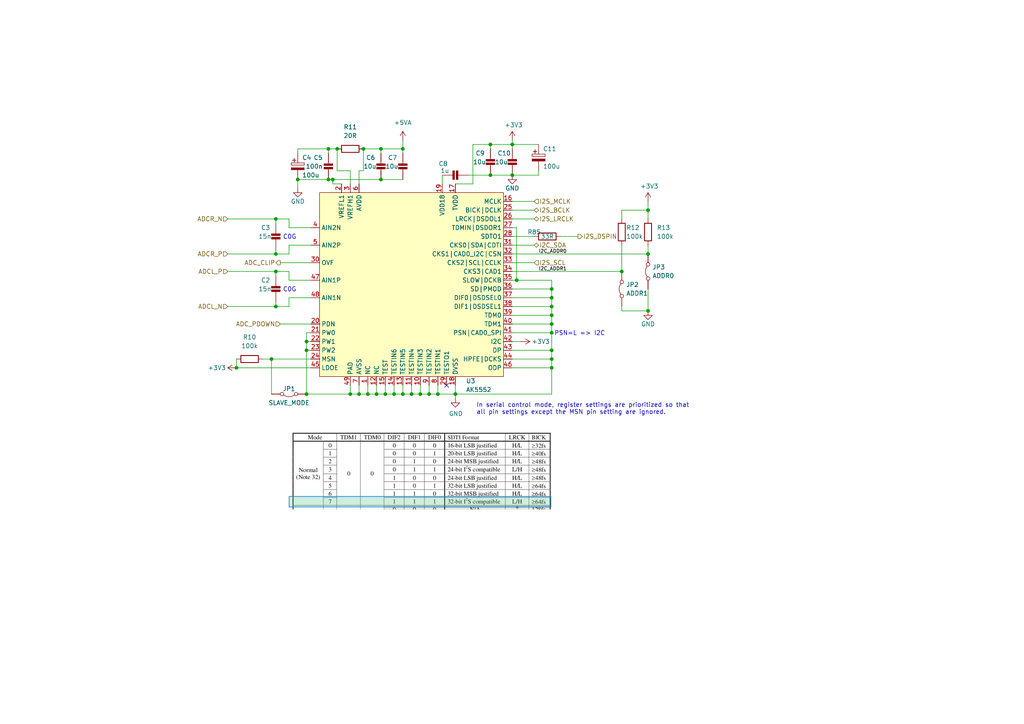
<source format=kicad_sch>
(kicad_sch (version 20231120) (generator "eeschema") (generator_version "8.0")
  (paper "A4")
  (title_block (title "TGX4 ") (date "2024-06-12") (rev "2.0") (company "www.hexefx.com") (comment 1 "Design: Piotr Zapart"))
  (lib_symbols
    (symbol "Device:R" (pin_numbers hide) (pin_names (offset 0))
      (property "Reference" "R" (at 2.032 0 90))
      (property "Value" "R" (at 0 0 90))
      (symbol "R_0_1"
        (rectangle (start -1.016 -2.54) (end 1.016 2.54) (stroke (width 0.254)))
      )
      (symbol "R_1_1"
        (pin passive line (at 0 3.81 270) (length 1.27) (name "~") (number "1"))
        (pin passive line (at 0 -3.81 90) (length 1.27) (name "~") (number "2"))
      )
    )
    (symbol "H_audio_ic:AK5552"
      (property "Reference" "U" (at 16.764 -27.94 0))
      (property "Value" "AK5552" (at 16.764 -29.972 0))
      (symbol "AK5552_1_1"
        (rectangle (start -26.67 26.67) (end 26.67 -26.67) (fill (type background)))
        (pin passive line (at -12.7 -29.21 90) (length 2.54) (name "NC") (number "1"))
        (pin passive line (at 2.54 -29.21 90) (length 2.54) (name "TESTIN3") (number "10"))
        (pin passive line (at 0 -29.21 90) (length 2.54) (name "TESTIN4") (number "11"))
        (pin passive line (at -10.16 -29.21 90) (length 2.54) (name "NC") (number "12"))
        (pin passive line (at -2.54 -29.21 90) (length 2.54) (name "TESTIN5") (number "13"))
        (pin passive line (at -5.08 -29.21 90) (length 2.54) (name "TESTIN6") (number "14"))
        (pin input line (at -7.62 -29.21 90) (length 2.54) (name "TEST") (number "15"))
        (pin input line (at 29.21 24.13 180) (length 2.54) (name "MCLK") (number "16"))
        (pin power_in line (at 12.7 29.21 270) (length 2.54) (name "TVDD") (number "17"))
        (pin power_in line (at 12.7 -29.21 90) (length 2.54) (name "DVSS") (number "18"))
        (pin passive line (at 8.89 29.21 270) (length 2.54) (name "VDD18") (number "19"))
        (pin input line (at -20.32 29.21 270) (length 2.54) (name "VREFL1") (number "2"))
        (pin input line (at -29.21 -11.43 0) (length 2.54) (name "PDN") (number "20"))
        (pin input line (at -29.21 -13.97 0) (length 2.54) (name "PW0") (number "21"))
        (pin input line (at -29.21 -16.51 0) (length 2.54) (name "PW1") (number "22"))
        (pin input line (at -29.21 -19.05 0) (length 2.54) (name "PW2") (number "23"))
        (pin input line (at -29.21 -21.59 0) (length 2.54) (name "MSN") (number "24"))
        (pin bidirectional line (at 29.21 21.59 180) (length 2.54) (name "BICK|DCLK") (number "25"))
        (pin bidirectional line (at 29.21 19.05 180) (length 2.54) (name "LRCK|DSDOL1") (number "26"))
        (pin bidirectional line (at 29.21 16.51 180) (length 2.54) (name "TDMIN|DSDOR1") (number "27"))
        (pin output line (at 29.21 13.97 180) (length 2.54) (name "SDTO1") (number "28"))
        (pin output line (at 10.16 -29.21 90) (length 2.54) (name "TESTO1") (number "29"))
        (pin input line (at -17.78 29.21 270) (length 2.54) (name "VREFH1") (number "3"))
        (pin output line (at -29.21 6.35 0) (length 2.54) (name "OVF") (number "30"))
        (pin bidirectional line (at 29.21 11.43 180) (length 2.54) (name "CKS0|SDA|CDTI") (number "31"))
        (pin input line (at 29.21 8.89 180) (length 2.54) (name "CKS1|CAD0_I2C|CSN") (number "32"))
        (pin input line (at 29.21 6.35 180) (length 2.54) (name "CKS2|SCL|CCLK") (number "33"))
        (pin input line (at 29.21 3.81 180) (length 2.54) (name "CKS3|CAD1") (number "34"))
        (pin input line (at 29.21 1.27 180) (length 2.54) (name "SLOW|DCKB") (number "35"))
        (pin input line (at 29.21 -1.27 180) (length 2.54) (name "SD|PMOD") (number "36"))
        (pin input line (at 29.21 -3.81 180) (length 2.54) (name "DIF0|DSDSEL0") (number "37"))
        (pin input line (at 29.21 -6.35 180) (length 2.54) (name "DIF1|DSDSEL1") (number "38"))
        (pin input line (at 29.21 -8.89 180) (length 2.54) (name "TDM0") (number "39"))
        (pin input line (at -29.21 16.51 0) (length 2.54) (name "AIN2N") (number "4"))
        (pin input line (at 29.21 -11.43 180) (length 2.54) (name "TDM1") (number "40"))
        (pin input line (at 29.21 -13.97 180) (length 2.54) (name "PSN|CAD0_SPI") (number "41"))
        (pin input line (at 29.21 -16.51 180) (length 2.54) (name "I2C") (number "42"))
        (pin input line (at 29.21 -19.05 180) (length 2.54) (name "DP") (number "43"))
        (pin input line (at 29.21 -21.59 180) (length 2.54) (name "HPFE|DCKS") (number "44"))
        (pin input line (at -29.21 -24.13 0) (length 2.54) (name "LDOE") (number "45"))
        (pin input line (at 29.21 -24.13 180) (length 2.54) (name "ODP") (number "46"))
        (pin input line (at -29.21 1.27 0) (length 2.54) (name "AIN1P") (number "47"))
        (pin input line (at -29.21 -3.81 0) (length 2.54) (name "AIN1N") (number "48"))
        (pin passive line (at -17.78 -29.21 90) (length 2.54) (name "PAD") (number "49"))
        (pin input line (at -29.21 11.43 0) (length 2.54) (name "AIN2P") (number "5"))
        (pin power_in line (at -15.24 29.21 270) (length 2.54) (name "AVDD") (number "6"))
        (pin power_in line (at -15.24 -29.21 90) (length 2.54) (name "AVSS") (number "7"))
        (pin passive line (at 7.62 -29.21 90) (length 2.54) (name "TESTIN1") (number "8"))
        (pin passive line (at 5.08 -29.21 90) (length 2.54) (name "TESTIN2") (number "9"))
      )
    )
    (symbol "H_passives:CAP_NP" (pin_names (offset 1.016))
      (property "Reference" "C" (at -2.286 -0.0254 90))
      (property "Value" "CAP_NP" (at 2.286 -0.0254 90))
      (symbol "CAP_NP_1_0"
        (rectangle (start -1.27 -0.762) (end 1.27 -0.254) (fill (type outline)))
        (rectangle (start -1.27 0.254) (end 1.27 0.762) (fill (type outline)))
        (polyline (pts (xy 0 -0.508) (xy 0 -1.27)))
        (polyline (pts (xy 0 1.27) (xy 0 0.508)))
        (pin passive line (at 0 3.81 270) (length 2.54) (name "1") (number "1"))
        (pin passive line (at 0 -3.81 90) (length 2.54) (name "2") (number "2"))
      )
    )
    (symbol "H_passives:CAP_POL" (pin_numbers hide) (pin_names (offset 0.254))
      (property "Reference" "C" (at 0 2.54 0))
      (property "Value" "CAP_POL" (at 0.1524 -2.159 0))
      (symbol "CAP_POL_0_1"
        (rectangle (start -1.905 -0.381) (end 1.905 -1.016) (stroke (width 0.1016)) (fill (type outline)))
        (rectangle (start -1.905 1.016) (end 1.905 0.381) (stroke (width 0.1524)))
        (polyline (pts (xy -1.524 1.778) (xy -0.508 1.778)) (stroke (width 0.2032)))
        (polyline (pts (xy -1.016 2.286) (xy -1.016 1.27)) (stroke (width 0.2032)))
      )
      (symbol "CAP_POL_1_1"
        (pin passive line (at 0 3.81 270) (length 2.794) (name "~") (number "1"))
        (pin passive line (at 0 -3.81 90) (length 2.8956) (name "~") (number "2"))
      )
    )
    (symbol "Jumper:Jumper_2_Bridged" (pin_numbers hide) (pin_names (offset 0) hide) (exclude_from_sim yes)
      (property "Reference" "JP" (at 0 1.905 0))
      (property "Value" "Jumper_2_Bridged" (at 0 -2.54 0))
      (symbol "Jumper_2_Bridged_0_0"
        (circle (center -2.032 0) (radius 0.508))
        (circle (center 2.032 0) (radius 0.508))
      )
      (symbol "Jumper_2_Bridged_0_1"
        (arc (start 1.524 0.254) (mid 0 0.762) (end -1.524 0.254))
      )
      (symbol "Jumper_2_Bridged_1_1"
        (pin passive line (at -5.08 0 0) (length 2.54) (name "A") (number "1"))
        (pin passive line (at 5.08 0 180) (length 2.54) (name "B") (number "2"))
      )
    )
    (symbol "power:+3V3" (power) (pin_numbers hide) (pin_names (offset 0) hide)
      (property "Value" "+3V3" (at 0 3.556 0))
      (symbol "+3V3_0_1"
        (polyline (pts (xy -0.762 1.27) (xy 0 2.54)))
        (polyline (pts (xy 0 0) (xy 0 2.54)))
        (polyline (pts (xy 0 2.54) (xy 0.762 1.27)))
      )
      (symbol "+3V3_1_1"
        (pin power_in line (at 0 0 90) (length 0) (name "~") (number "1"))
      )
    )
    (symbol "power:+5VA" (power) (pin_numbers hide) (pin_names (offset 0) hide)
      (property "Value" "+5VA" (at 0 3.556 0))
      (symbol "+5VA_0_1"
        (polyline (pts (xy -0.762 1.27) (xy 0 2.54)))
        (polyline (pts (xy 0 0) (xy 0 2.54)))
        (polyline (pts (xy 0 2.54) (xy 0.762 1.27)))
      )
      (symbol "+5VA_1_1"
        (pin power_in line (at 0 0 90) (length 0) (name "~") (number "1"))
      )
    )
    (symbol "power:GND" (power) (pin_numbers hide) (pin_names (offset 0) hide)
      (property "Value" "GND" (at 0 -3.81 0))
      (symbol "GND_0_1"
        (polyline (pts (xy 0 0) (xy 0 -1.27) (xy 1.27 -1.27) (xy 0 -2.54) (xy -1.27 -1.27) (xy 0 -1.27)))
      )
      (symbol "GND_1_1"
        (pin power_in line (at 0 0 270) (length 0) (name "~") (number "1"))
      )
    )
  )
  (junction (at 88.9 99.06))
  (junction (at 95.25 43.18))
  (junction (at 132.08 114.3))
  (junction (at 187.96 90.17))
  (junction (at 110.49 52.07))
  (junction (at 88.9 101.6))
  (junction (at 114.3 114.3))
  (junction (at 160.02 86.36))
  (junction (at 142.24 50.8))
  (junction (at 86.36 52.07))
  (junction (at 187.96 73.66))
  (junction (at 148.59 50.8))
  (junction (at 160.02 91.44))
  (junction (at 80.01 63.5))
  (junction (at 106.68 114.3))
  (junction (at 187.96 60.96))
  (junction (at 104.14 114.3))
  (junction (at 124.46 114.3))
  (junction (at 160.02 104.14))
  (junction (at 78.74 104.14))
  (junction (at 119.38 114.3))
  (junction (at 149.86 81.28))
  (junction (at 160.02 106.68))
  (junction (at 110.49 43.18))
  (junction (at 160.02 83.82))
  (junction (at 95.25 52.07))
  (junction (at 101.6 114.3))
  (junction (at 80.01 73.66))
  (junction (at 105.41 43.18))
  (junction (at 80.01 78.74))
  (junction (at 160.02 88.9))
  (junction (at 80.01 88.9))
  (junction (at 116.84 43.18))
  (junction (at 111.76 114.3))
  (junction (at 160.02 101.6))
  (junction (at 160.02 96.52))
  (junction (at 68.58 106.68))
  (junction (at 180.34 78.74))
  (junction (at 116.84 114.3))
  (junction (at 127 114.3))
  (junction (at 160.02 93.98))
  (junction (at 97.79 43.18))
  (junction (at 148.59 41.91))
  (junction (at 142.24 41.91))
  (junction (at 88.9 114.3))
  (junction (at 96.52 52.07))
  (junction (at 121.92 114.3))
  (junction (at 109.22 114.3))
  (no_connect (at 129.54 111.76))
  (wire (pts (xy 106.68 114.3) (xy 109.22 114.3)))
  (wire (pts (xy 83.82 73.66) (xy 80.01 73.66)))
  (wire (pts (xy 148.59 71.12) (xy 154.94 71.12)))
  (wire (pts (xy 127 114.3) (xy 132.08 114.3)))
  (wire (pts (xy 83.82 86.36) (xy 83.82 88.9)))
  (wire (pts (xy 88.9 99.06) (xy 90.17 99.06)))
  (wire (pts (xy 80.01 63.5) (xy 80.01 64.77)))
  (wire (pts (xy 111.76 114.3) (xy 114.3 114.3)))
  (wire (pts (xy 106.68 111.76) (xy 106.68 114.3)))
  (wire (pts (xy 180.34 71.12) (xy 180.34 78.74)))
  (wire (pts (xy 114.3 114.3) (xy 116.84 114.3)))
  (wire (pts (xy 104.14 53.34) (xy 104.14 49.53)))
  (wire (pts (xy 180.34 90.17) (xy 187.96 90.17)))
  (wire (pts (xy 101.6 111.76) (xy 101.6 114.3)))
  (wire (pts (xy 81.28 76.2) (xy 90.17 76.2)))
  (wire (pts (xy 110.49 43.18) (xy 116.84 43.18)))
  (wire (pts (xy 148.59 66.04) (xy 149.86 66.04)))
  (wire (pts (xy 137.16 41.91) (xy 142.24 41.91)))
  (wire (pts (xy 127 111.76) (xy 127 114.3)))
  (wire (pts (xy 83.82 71.12) (xy 83.82 73.66)))
  (wire (pts (xy 110.49 43.18) (xy 105.41 43.18)))
  (wire (pts (xy 160.02 93.98) (xy 160.02 91.44)))
  (wire (pts (xy 160.02 86.36) (xy 160.02 83.82)))
  (wire (pts (xy 95.25 52.07) (xy 86.36 52.07)))
  (wire (pts (xy 88.9 99.06) (xy 88.9 101.6)))
  (wire (pts (xy 149.86 81.28) (xy 148.59 81.28)))
  (wire (pts (xy 187.96 60.96) (xy 187.96 63.5)))
  (wire (pts (xy 86.36 43.18) (xy 95.25 43.18)))
  (wire (pts (xy 148.59 83.82) (xy 160.02 83.82)))
  (wire (pts (xy 137.16 53.34) (xy 137.16 41.91)))
  (wire (pts (xy 114.3 111.76) (xy 114.3 114.3)))
  (wire (pts (xy 86.36 52.07) (xy 86.36 54.61)))
  (wire (pts (xy 160.02 104.14) (xy 160.02 101.6)))
  (wire (pts (xy 132.08 114.3) (xy 132.08 111.76)))
  (wire (pts (xy 83.82 88.9) (xy 80.01 88.9)))
  (wire (pts (xy 90.17 71.12) (xy 83.82 71.12)))
  (wire (pts (xy 119.38 114.3) (xy 121.92 114.3)))
  (wire (pts (xy 78.74 104.14) (xy 90.17 104.14)))
  (wire (pts (xy 149.86 81.28) (xy 160.02 81.28)))
  (wire (pts (xy 160.02 88.9) (xy 160.02 86.36)))
  (wire (pts (xy 187.96 83.82) (xy 187.96 90.17)))
  (wire (pts (xy 148.59 104.14) (xy 160.02 104.14)))
  (wire (pts (xy 148.59 73.66) (xy 187.96 73.66)))
  (wire (pts (xy 148.59 63.5) (xy 154.94 63.5)))
  (wire (pts (xy 88.9 114.3) (xy 101.6 114.3)))
  (wire (pts (xy 104.14 111.76) (xy 104.14 114.3)))
  (wire (pts (xy 68.58 104.14) (xy 68.58 106.68)))
  (wire (pts (xy 148.59 40.64) (xy 148.59 41.91)))
  (wire (pts (xy 148.59 106.68) (xy 160.02 106.68)))
  (wire (pts (xy 88.9 96.52) (xy 88.9 99.06)))
  (wire (pts (xy 83.82 78.74) (xy 80.01 78.74)))
  (wire (pts (xy 66.04 78.74) (xy 80.01 78.74)))
  (wire (pts (xy 187.96 71.12) (xy 187.96 73.66)))
  (wire (pts (xy 109.22 114.3) (xy 111.76 114.3)))
  (wire (pts (xy 66.04 73.66) (xy 80.01 73.66)))
  (wire (pts (xy 116.84 44.45) (xy 116.84 43.18)))
  (wire (pts (xy 149.86 66.04) (xy 149.86 81.28)))
  (wire (pts (xy 83.82 81.28) (xy 83.82 78.74)))
  (wire (pts (xy 124.46 114.3) (xy 127 114.3)))
  (wire (pts (xy 148.59 86.36) (xy 160.02 86.36)))
  (wire (pts (xy 78.74 104.14) (xy 78.74 114.3)))
  (wire (pts (xy 109.22 111.76) (xy 109.22 114.3)))
  (wire (pts (xy 96.52 52.07) (xy 110.49 52.07)))
  (wire (pts (xy 187.96 58.42) (xy 187.96 60.96)))
  (wire (pts (xy 142.24 41.91) (xy 148.59 41.91)))
  (wire (pts (xy 148.59 41.91) (xy 148.59 43.18)))
  (wire (pts (xy 116.84 40.64) (xy 116.84 43.18)))
  (wire (pts (xy 148.59 91.44) (xy 160.02 91.44)))
  (wire (pts (xy 124.46 111.76) (xy 124.46 114.3)))
  (wire (pts (xy 119.38 111.76) (xy 119.38 114.3)))
  (wire (pts (xy 148.59 60.96) (xy 154.94 60.96)))
  (wire (pts (xy 121.92 111.76) (xy 121.92 114.3)))
  (wire (pts (xy 160.02 101.6) (xy 160.02 96.52)))
  (wire (pts (xy 83.82 63.5) (xy 80.01 63.5)))
  (wire (pts (xy 160.02 106.68) (xy 160.02 114.3)))
  (wire (pts (xy 96.52 52.07) (xy 95.25 52.07)))
  (wire (pts (xy 68.58 106.68) (xy 90.17 106.68)))
  (wire (pts (xy 121.92 114.3) (xy 124.46 114.3)))
  (wire (pts (xy 148.59 101.6) (xy 160.02 101.6)))
  (wire (pts (xy 180.34 60.96) (xy 187.96 60.96)))
  (wire (pts (xy 116.84 114.3) (xy 119.38 114.3)))
  (wire (pts (xy 116.84 111.76) (xy 116.84 114.3)))
  (wire (pts (xy 148.59 99.06) (xy 151.13 99.06)))
  (wire (pts (xy 132.08 53.34) (xy 137.16 53.34)))
  (wire (pts (xy 104.14 114.3) (xy 106.68 114.3)))
  (wire (pts (xy 148.59 88.9) (xy 160.02 88.9)))
  (wire (pts (xy 156.21 50.8) (xy 156.21 49.53)))
  (wire (pts (xy 162.56 68.58) (xy 167.64 68.58)))
  (wire (pts (xy 148.59 96.52) (xy 160.02 96.52)))
  (wire (pts (xy 90.17 86.36) (xy 83.82 86.36)))
  (wire (pts (xy 88.9 101.6) (xy 90.17 101.6)))
  (wire (pts (xy 96.52 53.34) (xy 96.52 52.07)))
  (wire (pts (xy 101.6 114.3) (xy 104.14 114.3)))
  (wire (pts (xy 80.01 73.66) (xy 80.01 72.39)))
  (wire (pts (xy 81.28 93.98) (xy 90.17 93.98)))
  (wire (pts (xy 148.59 68.58) (xy 154.94 68.58)))
  (wire (pts (xy 96.52 53.34) (xy 99.06 53.34)))
  (wire (pts (xy 180.34 88.9) (xy 180.34 90.17)))
  (wire (pts (xy 132.08 114.3) (xy 160.02 114.3)))
  (wire (pts (xy 180.34 63.5) (xy 180.34 60.96)))
  (wire (pts (xy 132.08 114.3) (xy 132.08 115.57)))
  (wire (pts (xy 90.17 96.52) (xy 88.9 96.52)))
  (wire (pts (xy 66.04 88.9) (xy 80.01 88.9)))
  (wire (pts (xy 105.41 49.53) (xy 105.41 43.18)))
  (wire (pts (xy 160.02 96.52) (xy 160.02 93.98)))
  (wire (pts (xy 110.49 43.18) (xy 110.49 44.45)))
  (wire (pts (xy 142.24 50.8) (xy 148.59 50.8)))
  (wire (pts (xy 95.25 43.18) (xy 97.79 43.18)))
  (wire (pts (xy 90.17 81.28) (xy 83.82 81.28)))
  (wire (pts (xy 86.36 44.45) (xy 86.36 43.18)))
  (wire (pts (xy 148.59 78.74) (xy 180.34 78.74)))
  (wire (pts (xy 80.01 78.74) (xy 80.01 80.01)))
  (wire (pts (xy 95.25 43.18) (xy 95.25 44.45)))
  (wire (pts (xy 110.49 52.07) (xy 116.84 52.07)))
  (wire (pts (xy 111.76 111.76) (xy 111.76 114.3)))
  (wire (pts (xy 160.02 104.14) (xy 160.02 106.68)))
  (wire (pts (xy 148.59 76.2) (xy 154.94 76.2)))
  (wire (pts (xy 97.79 49.53) (xy 97.79 43.18)))
  (wire (pts (xy 135.89 50.8) (xy 142.24 50.8)))
  (wire (pts (xy 66.04 63.5) (xy 80.01 63.5)))
  (wire (pts (xy 128.27 50.8) (xy 128.27 53.34)))
  (wire (pts (xy 101.6 49.53) (xy 97.79 49.53)))
  (wire (pts (xy 76.2 104.14) (xy 78.74 104.14)))
  (wire (pts (xy 142.24 41.91) (xy 142.24 43.18)))
  (wire (pts (xy 148.59 41.91) (xy 156.21 41.91)))
  (wire (pts (xy 101.6 53.34) (xy 101.6 49.53)))
  (wire (pts (xy 148.59 93.98) (xy 160.02 93.98)))
  (wire (pts (xy 160.02 91.44) (xy 160.02 88.9)))
  (wire (pts (xy 104.14 49.53) (xy 105.41 49.53)))
  (wire (pts (xy 83.82 66.04) (xy 83.82 63.5)))
  (wire (pts (xy 90.17 66.04) (xy 83.82 66.04)))
  (wire (pts (xy 148.59 58.42) (xy 154.94 58.42)))
  (wire (pts (xy 88.9 101.6) (xy 88.9 114.3)))
  (wire (pts (xy 160.02 83.82) (xy 160.02 81.28)))
  (wire (pts (xy 80.01 88.9) (xy 80.01 87.63)))
  (wire (pts (xy 148.59 50.8) (xy 156.21 50.8)))
  (image (at 121.92 135.89))
  (text "C0G" (at 82.042 68.834 0) (effects (font (size 1.27 1.27)) (justify left)))
  (text "PSN=L => I2C" (at 168.148 96.774 0) (effects (font (size 1.27 1.27))))
  (text "In serial control mode, register settings are prioritized so that \nall pin settings except the MSN pin setting are ignored." (at 138.176 118.618 0) (effects (font (size 1.27 1.27)) (justify left)))
  (text "C0G" (at 82.042 84.074 0) (effects (font (size 1.27 1.27)) (justify left)))
  (label "I2C_ADDR0" (at 156.21 73.66 0) (effects (font (size 1 1))))
  (label "I2C_ADDR1" (at 156.21 78.74 0) (effects (font (size 1 1))))
  (hierarchical_label "ADC_PDOWN" (shape input) (at 81.28 93.98 180))
  (hierarchical_label "I2S_LRCLK" (shape bidirectional) (at 154.94 63.5 0))
  (hierarchical_label "I2S_SCL" (shape input) (at 154.94 76.2 0))
  (hierarchical_label "I2S_DSPIN" (shape output) (at 167.64 68.58 0))
  (hierarchical_label "I2C_SDA" (shape bidirectional) (at 154.94 71.12 0))
  (hierarchical_label "ADCL_N" (shape input) (at 66.04 88.9 180))
  (hierarchical_label "I2S_BCLK" (shape bidirectional) (at 154.94 60.96 0))
  (hierarchical_label "I2S_MCLK" (shape input) (at 154.94 58.42 0))
  (hierarchical_label "ADCL_P" (shape input) (at 66.04 78.74 180))
  (hierarchical_label "ADC_CLIP" (shape output) (at 81.28 76.2 180))
  (hierarchical_label "ADCR_P" (shape input) (at 66.04 73.66 180))
  (hierarchical_label "ADCR_N" (shape input) (at 66.04 63.5 180))
  (symbol (lib_id "Device:R") (at 72.39 104.14 270) (unit 1)
    (property "Reference" "R10" (at 72.39 97.79 90))
    (property "Value" "100k" (at 72.39 100.33 90))
    (property "Footprint" "H_smd_passives:Hx_R_0805_2012Metric" (effects (hide yes)))
    (property "Description" "Resistor" (effects (hide yes)))
  )
  (symbol (lib_id "H_passives:CAP_NP") (at 132.08 50.8 90) (unit 1)
    (property "Reference" "C8" (at 128.524 47.498 90))
    (property "Value" "1u" (at 129.032 49.53 90))
    (property "Footprint" "H_smd_passives:Hx_C_0805_2012Metric" (effects (hide yes)))
  )
  (symbol (lib_id "Device:R") (at 180.34 67.31 180) (unit 1)
    (property "Reference" "R12" (at 181.61 66.04 0) (effects (justify right)))
    (property "Value" "100k" (at 181.61 68.58 0) (effects (justify right)))
    (property "Footprint" "H_smd_passives:Hx_R_0805_2012Metric" (effects (hide yes)))
    (property "Description" "Resistor" (effects (hide yes)))
  )
  (symbol (lib_id "power:GND") (at 148.59 50.8 0) (unit 1)
    (property "Reference" "#PWR029" (effects (hide yes)))
    (property "Value" "GND" (at 148.59 54.61 0))
    (property "Description" "Power symbol creates a global label with name \"GND\" , ground" (effects (hide yes)))
  )
  (symbol (lib_id "H_passives:CAP_POL") (at 86.36 48.26 0) (unit 1)
    (property "Reference" "C4" (at 87.63 45.72 0) (effects (justify left)))
    (property "Value" "100u" (at 87.63 50.8 0) (effects (justify left)))
    (property "Footprint" "Capacitor_Tantalum_SMD:CP_EIA-6032-28_Kemet-C" (effects (hide yes)))
  )
  (symbol (lib_id "Jumper:Jumper_2_Bridged") (at 180.34 83.82 90) (unit 1) (exclude_from_sim yes) (in_bom no)
    (property "Reference" "JP2" (at 181.61 82.5499 90) (effects (justify right)))
    (property "Value" "ADDR1" (at 181.61 85.0899 90) (effects (justify right)))
    (property "Footprint" "H_switches:PCB_jumper_2_closed" (effects (hide yes)))
    (property "Description" "Jumper, 2-pole, closed/bridged" (effects (hide yes)))
  )
  (symbol (lib_id "power:GND") (at 86.36 54.61 0) (unit 1)
    (property "Reference" "#PWR025" (effects (hide yes)))
    (property "Value" "GND" (at 86.36 58.42 0))
    (property "Description" "Power symbol creates a global label with name \"GND\" , ground" (effects (hide yes)))
  )
  (symbol (lib_id "power:GND") (at 132.08 115.57 0) (unit 1)
    (property "Reference" "#PWR027" (effects (hide yes)))
    (property "Value" "GND" (at 132.207 119.9642 0))
    (property "Description" "Power symbol creates a global label with name \"GND\" , ground" (effects (hide yes)))
  )
  (symbol (lib_id "Jumper:Jumper_2_Bridged") (at 83.82 114.3 180) (unit 1) (exclude_from_sim yes) (in_bom no)
    (property "Reference" "JP1" (at 83.82 112.776 0))
    (property "Value" "SLAVE_MODE" (at 83.82 116.84 0))
    (property "Footprint" "H_switches:PCB_jumper_2_closed" (effects (hide yes)))
    (property "Description" "Jumper, 2-pole, closed/bridged" (effects (hide yes)))
  )
  (symbol (lib_id "power:+3V3") (at 187.96 58.42 0) (unit 1)
    (property "Reference" "#PWR031" (effects (hide yes)))
    (property "Value" "+3V3" (at 188.341 54.0258 0))
    (property "Description" "Power symbol creates a global label with name \"+3V3\"" (effects (hide yes)))
  )
  (symbol (lib_id "H_passives:CAP_NP") (at 80.01 68.58 0) (unit 1)
    (property "Reference" "C3" (at 75.692 66.04 0) (effects (justify left)))
    (property "Value" "15n" (at 74.93 68.58 0) (effects (justify left)))
    (property "Footprint" "H_smd_passives:Hx_C_0805_2012Metric" (effects (hide yes)))
  )
  (symbol (lib_id "Jumper:Jumper_2_Bridged") (at 187.96 78.74 90) (unit 1) (exclude_from_sim yes) (in_bom no)
    (property "Reference" "JP3" (at 189.23 77.4699 90) (effects (justify right)))
    (property "Value" "ADDR0" (at 189.23 80.0099 90) (effects (justify right)))
    (property "Footprint" "H_switches:PCB_jumper_2_closed" (effects (hide yes)))
    (property "Description" "Jumper, 2-pole, closed/bridged" (effects (hide yes)))
  )
  (symbol (lib_id "power:+3V3") (at 68.58 106.68 90) (unit 1)
    (property "Reference" "#PWR024" (effects (hide yes)))
    (property "Value" "+3V3" (at 65.532 106.68 90) (effects (justify left)))
    (property "Description" "Power symbol creates a global label with name \"+3V3\"" (effects (hide yes)))
  )
  (symbol (lib_id "H_passives:CAP_NP") (at 142.24 46.99 0) (unit 1)
    (property "Reference" "C9" (at 137.922 44.45 0) (effects (justify left)))
    (property "Value" "10u" (at 137.16 46.99 0) (effects (justify left)))
    (property "Footprint" "H_smd_passives:Hx_C_0805_2012Metric" (effects (hide yes)))
  )
  (symbol (lib_id "power:+3V3") (at 151.13 99.06 270) (unit 1)
    (property "Reference" "#PWR030" (effects (hide yes)))
    (property "Value" "+3V3" (at 154.178 99.06 90) (effects (justify left)))
    (property "Description" "Power symbol creates a global label with name \"+3V3\"" (effects (hide yes)))
  )
  (symbol (lib_id "H_passives:CAP_NP") (at 95.25 48.26 0) (unit 1)
    (property "Reference" "C5" (at 90.932 45.72 0) (effects (justify left)))
    (property "Value" "100n" (at 88.646 48.26 0) (effects (justify left)))
    (property "Footprint" "H_smd_passives:Hx_C_0805_2012Metric" (effects (hide yes)))
  )
  (symbol (lib_id "Device:R") (at 158.75 68.58 90) (unit 1)
    (property "Reference" "R85" (at 154.94 67.31 90))
    (property "Value" "33R" (at 158.75 68.58 90))
    (property "Footprint" "H_smd_passives:Hx_R_0805_2012Metric" (effects (hide yes)))
    (property "Description" "Resistor" (effects (hide yes)))
  )
  (symbol (lib_id "H_passives:CAP_NP") (at 110.49 48.26 0) (unit 1)
    (property "Reference" "C6" (at 106.172 45.72 0) (effects (justify left)))
    (property "Value" "10u" (at 105.41 48.26 0) (effects (justify left)))
    (property "Footprint" "H_smd_passives:Hx_C_0805_2012Metric" (effects (hide yes)))
  )
  (symbol (lib_id "H_passives:CAP_NP") (at 80.01 83.82 0) (unit 1)
    (property "Reference" "C2" (at 75.692 81.28 0) (effects (justify left)))
    (property "Value" "15n" (at 74.93 83.82 0) (effects (justify left)))
    (property "Footprint" "H_smd_passives:Hx_C_0805_2012Metric" (effects (hide yes)))
  )
  (symbol (lib_id "Device:R") (at 187.96 67.31 180) (unit 1)
    (property "Reference" "R13" (at 190.5 66.0399 0) (effects (justify right)))
    (property "Value" "100k" (at 190.5 68.5799 0) (effects (justify right)))
    (property "Footprint" "H_smd_passives:Hx_R_0805_2012Metric" (effects (hide yes)))
    (property "Description" "Resistor" (effects (hide yes)))
  )
  (symbol (lib_id "power:+5VA") (at 116.84 40.64 0) (unit 1)
    (property "Reference" "#PWR026" (effects (hide yes)))
    (property "Value" "+5VA" (at 116.84 35.56 0))
    (property "Description" "Power symbol creates a global label with name \"+5VA\"" (effects (hide yes)))
  )
  (symbol (lib_id "Device:R") (at 101.6 43.18 90) (unit 1)
    (property "Reference" "R11" (at 101.6 36.83 90))
    (property "Value" "20R" (at 101.6 39.37 90))
    (property "Footprint" "H_smd_passives:Hx_R_0805_2012Metric" (effects (hide yes)))
    (property "Description" "Resistor" (effects (hide yes)))
  )
  (symbol (lib_id "H_passives:CAP_NP") (at 116.84 48.26 0) (unit 1)
    (property "Reference" "C7" (at 112.522 45.72 0) (effects (justify left)))
    (property "Value" "10u" (at 111.76 48.26 0) (effects (justify left)))
    (property "Footprint" "H_smd_passives:Hx_C_0805_2012Metric" (effects (hide yes)))
  )
  (symbol (lib_id "power:GND") (at 187.96 90.17 0) (unit 1)
    (property "Reference" "#PWR032" (effects (hide yes)))
    (property "Value" "GND" (at 187.96 93.98 0))
    (property "Description" "Power symbol creates a global label with name \"GND\" , ground" (effects (hide yes)))
  )
  (symbol (lib_id "H_passives:CAP_NP") (at 148.59 46.99 0) (unit 1)
    (property "Reference" "C10" (at 144.272 44.45 0) (effects (justify left)))
    (property "Value" "10u" (at 143.51 46.99 0) (effects (justify left)))
    (property "Footprint" "H_smd_passives:Hx_C_0805_2012Metric" (effects (hide yes)))
  )
  (symbol (lib_id "power:+3V3") (at 148.59 40.64 0) (unit 1)
    (property "Reference" "#PWR028" (effects (hide yes)))
    (property "Value" "+3V3" (at 148.971 36.2458 0))
    (property "Description" "Power symbol creates a global label with name \"+3V3\"" (effects (hide yes)))
  )
  (symbol (lib_id "H_audio_ic:AK5552") (at 119.38 82.55 0) (unit 1)
    (property "Reference" "U3" (at 135.128 110.49 0) (effects (justify left)))
    (property "Value" "AK5552" (at 135.128 113.03 0) (effects (justify left)))
    (property "Footprint" "Package_DFN_QFN:QFN-48-1EP_7x7mm_P0.5mm_EP5.15x5.15mm" (effects (hide yes)))
    (property "Datasheet" "https://www.akm.com/content/dam/documents/products/audio/audio-adc/ak5552vn/ak5552vn-en-datasheet.pdf" (effects (hide yes)))
    (property "Description" "2-Channel Differential 32-bit  ADC" (effects (hide yes)))
  )
  (symbol (lib_id "H_passives:CAP_POL") (at 156.21 45.72 0) (unit 1)
    (property "Reference" "C11" (at 157.48 43.18 0) (effects (justify left)))
    (property "Value" "100u" (at 157.48 48.26 0) (effects (justify left)))
    (property "Footprint" "Capacitor_Tantalum_SMD:CP_EIA-6032-28_Kemet-C" (effects (hide yes)))
  )
)
</source>
